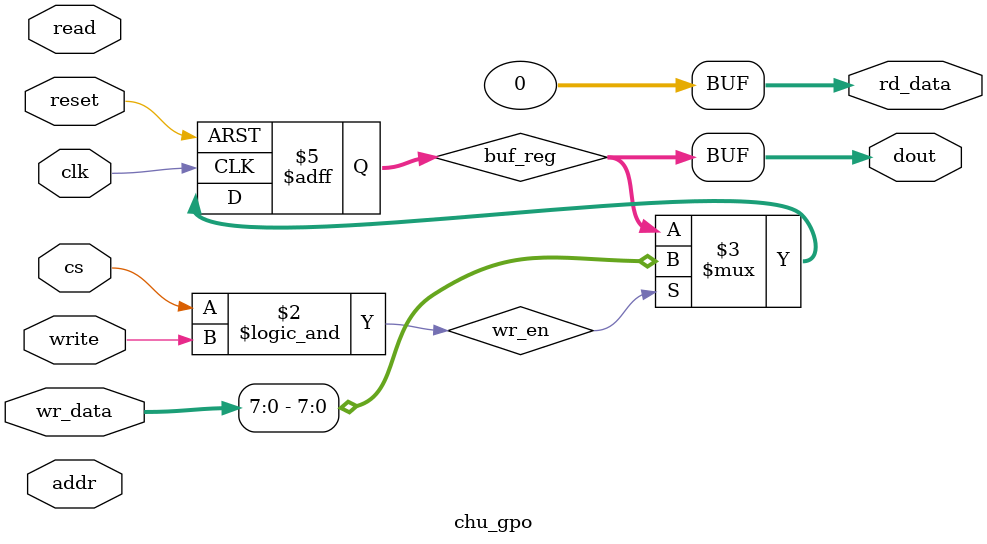
<source format=sv>
module chu_gpo
   #(parameter W = 8)  // width of output port
   (
    input  logic clk,
    input  logic reset,
    // slot interface
    input  logic cs,
    input  logic read,
    input  logic write,
    input  logic [4:0] addr,
    input  logic [31:0] wr_data,
    output logic [31:0] rd_data,
    // external port    
    output logic [W-1:0] dout
   );

   // declaration
   logic [W-1:0] buf_reg;
   logic wr_en;

   // body
   // output buffer register
   always_ff @(posedge clk, posedge reset)
      if (reset)
         buf_reg <= 0;
      else   
         if (wr_en)
            buf_reg <= wr_data[W-1:0];
   // decoding logic 
   assign wr_en = cs && write;
   // slot read interface
   assign rd_data =  0;
   // external output  
   assign dout = buf_reg;
endmodule
       




</source>
